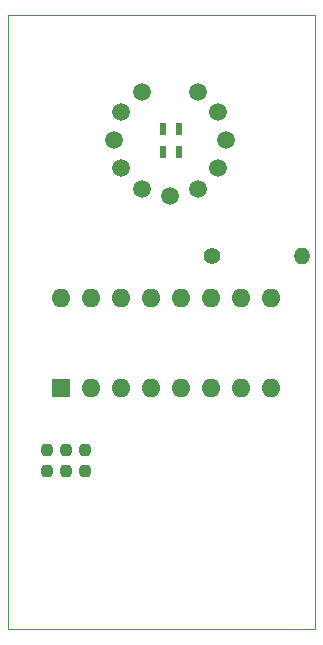
<source format=gts>
G04 #@! TF.GenerationSoftware,KiCad,Pcbnew,(6.0.0)*
G04 #@! TF.CreationDate,2022-01-19T21:14:50+07:00*
G04 #@! TF.ProjectId,NixieClock,4e697869-6543-46c6-9f63-6b2e6b696361,rev?*
G04 #@! TF.SameCoordinates,Original*
G04 #@! TF.FileFunction,Soldermask,Top*
G04 #@! TF.FilePolarity,Negative*
%FSLAX46Y46*%
G04 Gerber Fmt 4.6, Leading zero omitted, Abs format (unit mm)*
G04 Created by KiCad (PCBNEW (6.0.0)) date 2022-01-19 21:14:50*
%MOMM*%
%LPD*%
G01*
G04 APERTURE LIST*
G04 Aperture macros list*
%AMRoundRect*
0 Rectangle with rounded corners*
0 $1 Rounding radius*
0 $2 $3 $4 $5 $6 $7 $8 $9 X,Y pos of 4 corners*
0 Add a 4 corners polygon primitive as box body*
4,1,4,$2,$3,$4,$5,$6,$7,$8,$9,$2,$3,0*
0 Add four circle primitives for the rounded corners*
1,1,$1+$1,$2,$3*
1,1,$1+$1,$4,$5*
1,1,$1+$1,$6,$7*
1,1,$1+$1,$8,$9*
0 Add four rect primitives between the rounded corners*
20,1,$1+$1,$2,$3,$4,$5,0*
20,1,$1+$1,$4,$5,$6,$7,0*
20,1,$1+$1,$6,$7,$8,$9,0*
20,1,$1+$1,$8,$9,$2,$3,0*%
G04 Aperture macros list end*
G04 #@! TA.AperFunction,Profile*
%ADD10C,0.050000*%
G04 #@! TD*
%ADD11C,1.500000*%
%ADD12R,1.600000X1.600000*%
%ADD13O,1.600000X1.600000*%
%ADD14RoundRect,0.237500X-0.237500X0.250000X-0.237500X-0.250000X0.237500X-0.250000X0.237500X0.250000X0*%
%ADD15R,0.600000X1.000000*%
%ADD16C,1.400000*%
%ADD17O,1.400000X1.400000*%
G04 APERTURE END LIST*
D10*
X45700000Y-80300000D02*
X19700000Y-80300000D01*
X19700000Y-80300000D02*
X19700000Y-28300000D01*
X19700000Y-28300000D02*
X45700000Y-28300000D01*
X45700000Y-28300000D02*
X45700000Y-80300000D01*
D11*
X31025000Y-34786000D03*
X29286190Y-36524671D03*
X28649671Y-38899810D03*
X29286000Y-41275000D03*
X31024671Y-43013810D03*
X33399810Y-43650329D03*
X35775000Y-43014000D03*
X37513810Y-41275329D03*
X38150329Y-38900190D03*
X37514000Y-36525000D03*
X35775329Y-34786190D03*
D12*
X24225000Y-59900000D03*
D13*
X26765000Y-59900000D03*
X29305000Y-59900000D03*
X31845000Y-59900000D03*
X34385000Y-59900000D03*
X36925000Y-59900000D03*
X39465000Y-59900000D03*
X42005000Y-59900000D03*
X42005000Y-52280000D03*
X39465000Y-52280000D03*
X36925000Y-52280000D03*
X34385000Y-52280000D03*
X31845000Y-52280000D03*
X29305000Y-52280000D03*
X26765000Y-52280000D03*
X24225000Y-52280000D03*
D14*
X26200000Y-65087500D03*
X26200000Y-66912500D03*
X24600000Y-65075000D03*
X24600000Y-66900000D03*
X23000000Y-65075000D03*
X23000000Y-66900000D03*
D15*
X34150000Y-37900000D03*
X32850000Y-37900000D03*
X32850000Y-39900000D03*
X34150000Y-39900000D03*
D16*
X36990000Y-48700000D03*
D17*
X44610000Y-48700000D03*
M02*

</source>
